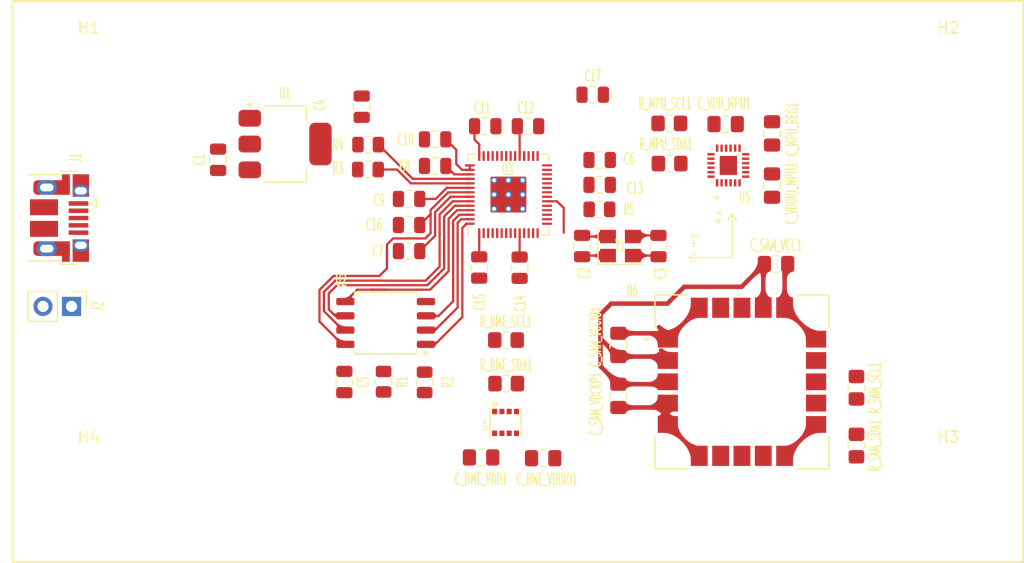
<source format=kicad_pcb>
(kicad_pcb (version 20241229) (generator "pcbnew") (generator_version "9.0")
  (layers (0 "F.Cu" signal) (2 "B.Cu" signal) (13 "F.Paste" user) (15 "B.Paste" user) (5 "F.SilkS" user "F.Silkscreen") (7 "B.SilkS" user "B.Silkscreen") (1 "F.Mask" user) (3 "B.Mask" user) (25 "Edge.Cuts" user))
  (net 0 "")
  (net 1 "GND")
  (net 2 "VBUS")
  (net 3 "/XIN")
  (net 4 "Net-(C3-Pad1)")
  (net 5 "+3V3")
  (net 6 "+1V1")
  (net 7 "/USB_D-")
  (net 8 "/USB_D+")
  (net 9 "/~{USB_BOOT}")
  (net 10 "/GPIO15")
  (net 11 "/GPIO10")
  (net 12 "/GPIO3")
  (net 13 "/GPIO12")
  (net 14 "/GPIO7")
  (net 15 "/GPIO14")
  (net 16 "/GPIO5")
  (net 17 "/GPIO1")
  (net 18 "/GPIO6")
  (net 19 "/GPIO4")
  (net 20 "/GPIO8")
  (net 21 "/GPIO0")
  (net 22 "/GPIO13")
  (net 23 "/GPIO9")
  (net 24 "/GPIO11")
  (net 25 "/GPIO2")
  (net 26 "/GPIO17")
  (net 27 "/GPIO19")
  (net 28 "/GPIO21")
  (net 29 "/GPIO20")
  (net 30 "/GPIO25")
  (net 31 "/GPIO29_ADC3")
  (net 32 "/GPIO28_ADC2")
  (net 33 "/SWD")
  (net 34 "/GPIO27_ADC1")
  (net 35 "/GPIO23")
  (net 36 "/SWCLK")
  (net 37 "/GPIO26_ADC0")
  (net 38 "/GPIO24")
  (net 39 "/GPIO16")
  (net 40 "/RUN")
  (net 41 "/GPIO18")
  (net 42 "/GPIO22")
  (net 43 "/QSPI_SS")
  (net 44 "Net-(U3-USB_DP)")
  (net 45 "Net-(U3-USB_DM)")
  (net 46 "/XOUT")
  (net 47 "/QSPI_SD3")
  (net 48 "/QSPI_SCLK")
  (net 49 "/QSPI_SD0")
  (net 50 "/QSPI_SD1")
  (net 51 "/QSPI_SD2")
  (net 53 "Net-(U5-REGOUT)")
  (net 54 "/BME_SCL")
  (net 55 "/BME_SDA")
  (net 56 "Net-(U6-SCL)")
  (net 57 "Net-(U6-SDA)")
  (net 58 "Net-(U5-SCL{slash}SCLK)")
  (net 59 "Net-(U5-SDA{slash}SDI)")
  (footprint "TCLib:C_0805" (layer "F.Cu") (at 59.2 72.63)
    (property "Reference" "C_BME_VDDIO1" (at 0.3275 1.89 0) (layer "F.SilkS") (effects (font (size 1 0.5) (thickness 0.125))))
    (property "Value" "100n")
    (pad "1" smd roundrect (at -1.0375 0) (size 1.175 1.45) (layers "F.Cu" "F.Mask" "F.Paste") (roundrect_rratio 0.212766) (net 5 "+3V3"))
    (pad "2" smd roundrect (at 1.0375 0) (size 1.175 1.45) (layers "F.Cu" "F.Mask" "F.Paste") (roundrect_rratio 0.212766) (net 1 "GND"))
  )
  (footprint "RP2040_minimal_r2:USB_Micro-B_Amphenol_10103594-0001LF_Horizontal_modified" (layer "F.Cu") (at 15 51.225 -90)
    (property "Reference" "J1" (at -5.365 -2.58 90) (layer "F.SilkS") (effects (font (size 1 0.5))))
    (property "Value" "USB_B_Micro")
    (pad "1" smd rect (at -1.3 -2.825) (size 1.75 0.4) (layers "F.Cu" "F.Mask" "F.Paste") (net 2 "VBUS"))
    (pad "2" smd rect (at -0.65 -2.825) (size 1.75 0.4) (layers "F.Cu" "F.Mask" "F.Paste") (net 7 "/USB_D-"))
    (pad "3" smd rect (at 0 -2.825) (size 1.75 0.4) (layers "F.Cu" "F.Mask" "F.Paste") (net 8 "/USB_D+"))
    (pad "4" smd rect (at 0.65 -2.825) (size 1.75 0.4) (layers "F.Cu" "F.Mask" "F.Paste"))
    (pad "5" smd rect (at 1.3 -2.825) (size 1.75 0.4) (layers "F.Cu" "F.Mask" "F.Paste") (net 1 "GND"))
    (pad "6" smd rect (at -2.9875 -1.7 270) (size 1.825 0.7) (layers "F.Cu" "F.Mask" "F.Paste") (net 1 "GND"))
    (pad "6" smd rect (at -2.9 -3.03 270) (size 2 1.46) (layers "F.Cu" "F.Mask" "F.Paste") (net 1 "GND"))
    (pad "6" smd roundrect (at -2.725 -0.425 270) (size 1.3 3.25) (layers "F.Cu" "F.Mask" "F.Paste") (roundrect_rratio 0.296) (net 1 "GND"))
    (pad "6" thru_hole oval (at -2.725 0) (size 1.8 1.3) (drill oval 1.2 0.7) (layers "*.Cu" "*.Mask") (net 1 "GND"))
    (pad "6" thru_hole oval (at -2.425 -3.03) (size 1.45 1.05) (drill oval 1.05 0.65) (layers "*.Cu" "*.Mask") (net 1 "GND"))
    (pad "6" smd rect (at -0.9625 0.25) (size 2.5 1.425) (layers "F.Cu" "F.Mask" "F.Paste") (net 1 "GND"))
    (pad "6" smd rect (at 0.9625 0.25) (size 2.5 1.425) (layers "F.Cu" "F.Mask" "F.Paste") (net 1 "GND"))
    (pad "6" thru_hole oval (at 2.425 -3.03) (size 1.45 1.05) (drill oval 1.05 0.65) (layers "*.Cu" "*.Mask") (net 1 "GND"))
    (pad "6" smd roundrect (at 2.725 -0.425 270) (size 1.3 3.25) (layers "F.Cu" "F.Mask" "F.Paste") (roundrect_rratio 0.296) (net 1 "GND"))
    (pad "6" thru_hole oval (at 2.725 0) (size 1.8 1.3) (drill oval 1.2 0.7) (layers "*.Cu" "*.Mask") (net 1 "GND"))
    (pad "6" smd rect (at 2.9 -3.03 270) (size 2 1.46) (layers "F.Cu" "F.Mask" "F.Paste") (net 1 "GND"))
    (pad "6" smd rect (at 2.9875 -1.7 270) (size 1.825 0.7) (layers "F.Cu" "F.Mask" "F.Paste") (net 1 "GND"))
  )
  (footprint "Capacitor_SMD:C_0805_2012Metric" (layer "F.Cu") (at 49.58 46.58 180)
    (property "Reference" "C8" (at 2.6925 0 180) (layer "F.SilkS") (effects (font (size 1 0.5))))
    (property "Value" "1u" (hide yes))
    (pad "1" smd roundrect (at -0.95 0 180) (size 1 1.45) (layers "F.Cu" "F.Mask" "F.Paste") (net 6 "+1V1"))
    (pad "2" smd roundrect (at 0.95 0 180) (size 1 1.45) (layers "F.Cu" "F.Mask" "F.Paste") (net 1 "GND"))
  )
  (footprint "Resistor_SMD:R_0805_2012Metric" (layer "F.Cu") (at 48.6425 65.87 90)
    (property "Reference" "R2" (at 0.03 2.065 90) (layer "F.SilkS") (effects (font (size 1 0.5))))
    (property "Value" "DNF")
    (pad "1" smd roundrect (at -0.9125 0 90) (size 1.025 1.4) (layers "F.Cu" "F.Mask" "F.Paste") (roundrect_rratio 0.243902) (net 5 "+3V3"))
    (pad "2" smd roundrect (at 0.9125 0 90) (size 1.025 1.4) (layers "F.Cu" "F.Mask" "F.Paste") (roundrect_rratio 0.243902) (net 43 "/QSPI_SS"))
  )
  (footprint "Capacitor_SMD:C_0805_2012Metric" (layer "F.Cu") (at 49.58 44.21 180)
    (property "Reference" "C10" (at 2.65 -0.01 180) (layer "F.SilkS") (effects (font (size 1 0.5))))
    (property "Value" "1u" (hide yes))
    (pad "1" smd roundrect (at -0.95 0 180) (size 1 1.45) (layers "F.Cu" "F.Mask" "F.Paste") (net 5 "+3V3"))
    (pad "2" smd roundrect (at 0.95 0 180) (size 1 1.45) (layers "F.Cu" "F.Mask" "F.Paste") (net 1 "GND"))
  )
  (footprint "Capacitor_SMD:C_0805_2012Metric" (layer "F.Cu") (at 30.25 46.03 90)
    (property "Reference" "C1" (at 0 -1.68 90) (layer "F.SilkS") (effects (font (size 1 0.5))))
    (property "Value" "10u" (hide yes))
    (pad "1" smd roundrect (at -0.95 0 90) (size 1 1.45) (layers "F.Cu" "F.Mask" "F.Paste") (net 2 "VBUS"))
    (pad "2" smd roundrect (at 0.95 0 90) (size 1 1.45) (layers "F.Cu" "F.Mask" "F.Paste") (net 1 "GND"))
  )
  (footprint "TCLib:R_0805" (layer "F.Cu") (at 55.91 65.98)
    (property "Reference" "R_BME_SDA1" (at 0 -1.65 0) (layer "F.SilkS") (effects (font (size 1 0.5))))
    (property "Value" "R")
    (pad "1" smd roundrect (at -1 0) (size 1.2 1.4) (layers "F.Cu" "F.Mask" "F.Paste") (roundrect_rratio 0.208333) (net 5 "+3V3"))
    (pad "2" smd roundrect (at 1 0) (size 1.2 1.4) (layers "F.Cu" "F.Mask" "F.Paste") (roundrect_rratio 0.208333) (net 55 "/BME_SDA"))
  )
  (footprint "TCLib:C_0805" (layer "F.Cu") (at 79.58 48.33 -90)
    (property "Reference" "C_VDDIO_MPU1" (at 0.7 -1.74 90) (layer "F.SilkS") (effects (font (size 1 0.5))))
    (property "Value" "10n")
    (pad "1" smd roundrect (at -1.0375 0 270) (size 1.175 1.45) (layers "F.Cu" "F.Mask" "F.Paste") (roundrect_rratio 0.212766) (net 5 "+3V3"))
    (pad "2" smd roundrect (at 1.0375 0 270) (size 1.175 1.45) (layers "F.Cu" "F.Mask" "F.Paste") (roundrect_rratio 0.212766) (net 1 "GND"))
  )
  (footprint "Capacitor_SMD:C_0805_2012Metric" (layer "F.Cu") (at 43.04 41.3 90)
    (property "Reference" "C4" (at 0.1375 -3.75 90) (layer "F.SilkS") (effects (font (size 1 0.5))))
    (property "Value" "10u" (hide yes))
    (pad "1" smd roundrect (at -0.95 0 90) (size 1 1.45) (layers "F.Cu" "F.Mask" "F.Paste") (net 5 "+3V3"))
    (pad "2" smd roundrect (at 0.95 0 90) (size 1 1.45) (layers "F.Cu" "F.Mask" "F.Paste") (net 1 "GND"))
  )
  (footprint "Package_TO_SOT_SMD:SOT-223-3_TabPin2" (layer "F.Cu") (at 36.22 44.6275)
    (property "Reference" "U1" (at 0 -4.5 0) (layer "F.SilkS") (effects (font (size 1 0.5))))
    (property "Value" "NCP1117-3.3_SOT223" (hide yes))
    (pad "1" smd roundrect (at -3.15 -2.3) (size 2 1.5) (layers "F.Cu" "F.Mask" "F.Paste") (net 1 "GND"))
    (pad "2" smd roundrect (at -3.15 0) (size 2 1.5) (layers "F.Cu" "F.Mask" "F.Paste") (net 5 "+3V3"))
    (pad "2" smd roundrect (at 3.15 0) (size 2 3.8) (layers "F.Cu" "F.Mask" "F.Paste") (net 5 "+3V3"))
    (pad "3" smd roundrect (at -3.15 2.3) (size 2 1.5) (layers "F.Cu" "F.Mask" "F.Paste") (net 2 "VBUS"))
  )
  (footprint "TCLib:R_0805" (layer "F.Cu") (at 55.89 62.1)
    (property "Reference" "R_BME_SCL1" (at 0 -1.65 0) (layer "F.SilkS") (effects (font (size 1 0.5) (thickness 0.125))))
    (property "Value" "R")
    (pad "1" smd roundrect (at -1 0) (size 1.2 1.4) (layers "F.Cu" "F.Mask" "F.Paste") (roundrect_rratio 0.208333) (net 5 "+3V3"))
    (pad "2" smd roundrect (at 1 0) (size 1.2 1.4) (layers "F.Cu" "F.Mask" "F.Paste") (roundrect_rratio 0.208333) (net 54 "/BME_SCL"))
  )
  (footprint "Resistor_SMD:R_0805_2012Metric" (layer "F.Cu") (at 43.6 46.9)
    (property "Reference" "R3" (at -2.6875 -0.1 0) (layer "F.SilkS") (effects (font (size 1 0.5))))
    (property "Value" "27" (hide yes))
    (pad "1" smd roundrect (at -0.9125 0) (size 1.025 1.4) (layers "F.Cu" "F.Mask" "F.Paste") (roundrect_rratio 0.243902) (net 8 "/USB_D+"))
    (pad "2" smd roundrect (at 0.9125 0) (size 1.025 1.4) (layers "F.Cu" "F.Mask" "F.Paste") (roundrect_rratio 0.243902) (net 44 "Net-(U3-USB_DP)"))
  )
  (footprint "TCLib:C_0805" (layer "F.Cu") (at 65.9 62.5325 90)
    (property "Reference" "C_SAM_VCCIO1" (at 0.7125 -2.05 90) (layer "F.SilkS") (effects (font (size 1 0.5) (thickness 0.125))))
    (property "Value" "C")
    (pad "1" smd roundrect (at -1.0375 0 90) (size 1.175 1.45) (layers "F.Cu" "F.Mask" "F.Paste") (roundrect_rratio 0.212766) (net 5 "+3V3"))
    (pad "2" smd roundrect (at 1.0375 0 90) (size 1.175 1.45) (layers "F.Cu" "F.Mask" "F.Paste") (roundrect_rratio 0.212766) (net 1 "GND"))
  )
  (footprint "MountingHole:MountingHole_3.5mm" (layer "F.Cu") (at 95.26 38.78)
    (property "Reference" "H2" (at 0 -4.5 0) (layer "F.SilkS"))
    (property "Value" "MountingHole")
    (pad "" np_thru_hole circle (at 0 0) (size 3.5 3.5) (drill 3.5) (layers "*.Cu" "*.Mask"))
  )
  (footprint "Package_SO:SOIC-8_5.3x5.3mm_P1.27mm" (layer "F.Cu") (at 45.1725 60.575 180)
    (property "Reference" "U2" (at 3.975 3.8 0) (layer "F.SilkS") (effects (font (size 1 0.5))))
    (property "Value" "W25Q128JVS")
    (pad "1" smd roundrect (at -3.5875 -1.905 180) (size 1.625 0.65) (layers "F.Cu" "F.Mask" "F.Paste") (net 43 "/QSPI_SS"))
    (pad "2" smd roundrect (at -3.5875 -0.635 180) (size 1.625 0.65) (layers "F.Cu" "F.Mask" "F.Paste") (net 50 "/QSPI_SD1"))
    (pad "3" smd roundrect (at -3.5875 0.635 180) (size 1.625 0.65) (layers "F.Cu" "F.Mask" "F.Paste") (net 51 "/QSPI_SD2"))
    (pad "4" smd roundrect (at -3.5875 1.905 180) (size 1.625 0.65) (layers "F.Cu" "F.Mask" "F.Paste") (net 1 "GND"))
    (pad "5" smd roundrect (at 3.5875 1.905 180) (size 1.625 0.65) (layers "F.Cu" "F.Mask" "F.Paste") (net 49 "/QSPI_SD0"))
    (pad "6" smd roundrect (at 3.5875 0.635 180) (size 1.625 0.65) (layers "F.Cu" "F.Mask" "F.Paste") (net 48 "/QSPI_SCLK"))
    (pad "7" smd roundrect (at 3.5875 -0.635 180) (size 1.625 0.65) (layers "F.Cu" "F.Mask" "F.Paste") (net 47 "/QSPI_SD3"))
    (pad "8" smd roundrect (at 3.5875 -1.905 180) (size 1.625 0.65) (layers "F.Cu" "F.Mask" "F.Paste") (net 5 "+3V3"))
  )
  (footprint "MountingHole:MountingHole_3.5mm" (layer "F.Cu") (at 18.73 38.78)
    (property "Reference" "H1" (at 0 -4.5 0) (layer "F.SilkS"))
    (property "Value" "MountingHole")
    (pad "" np_thru_hole circle (at 0 0) (size 3.5 3.5) (drill 3.5) (layers "*.Cu" "*.Mask"))
  )
  (footprint "Connector_PinHeader_2.54mm:PinHeader_1x02_P2.54mm_Vertical" (layer "F.Cu") (at 17.2 59.1 -90)
    (property "Reference" "J2" (at 0 -2.33 90) (layer "F.SilkS") (effects (font (size 1 0.5))))
    (property "Value" "Conn_01x02")
    (pad "1" thru_hole rect (at 0 0 270) (size 1.7 1.7) (drill 1) (layers "*.Cu" "*.Mask") (net 9 "/~{USB_BOOT}"))
    (pad "2" thru_hole oval (at 0 2.54 270) (size 1.7 1.7) (drill 1) (layers "*.Cu" "*.Mask") (net 1 "GND"))
  )
  (footprint "Capacitor_SMD:C_0805_2012Metric" (layer "F.Cu") (at 64.23 46.05)
    (property "Reference" "C6" (at 2.65 -0.1 0) (layer "F.SilkS") (effects (font (size 1 0.5))))
    (property "Value" "100n" (hide yes))
    (pad "1" smd roundrect (at -0.95 0) (size 1 1.45) (layers "F.Cu" "F.Mask" "F.Paste") (net 6 "+1V1"))
    (pad "2" smd roundrect (at 0.95 0) (size 1 1.45) (layers "F.Cu" "F.Mask" "F.Paste") (net 1 "GND"))
  )
  (footprint "TCLib:C_0805" (layer "F.Cu") (at 75.45 42.85 180)
    (property "Reference" "C_VDD_MPU1" (at 0.13 1.825 0) (layer "F.SilkS") (effects (font (size 1 0.5))))
    (property "Value" "100n")
    (pad "1" smd roundrect (at -1.0375 0 180) (size 1.175 1.45) (layers "F.Cu" "F.Mask" "F.Paste") (roundrect_rratio 0.212766) (net 5 "+3V3"))
    (pad "2" smd roundrect (at 1.0375 0 180) (size 1.175 1.45) (layers "F.Cu" "F.Mask" "F.Paste") (roundrect_rratio 0.212766) (net 1 "GND"))
  )
  (footprint "TCLib:C_0805" (layer "F.Cu") (at 79.58 43.68 90)
    (property "Reference" "C_MPU_REG1" (at 0.355 1.78 90) (layer "F.SilkS") (effects (font (size 1 0.5))))
    (property "Value" "100n")
    (pad "1" smd roundrect (at -1.0375 0 90) (size 1.175 1.45) (layers "F.Cu" "F.Mask" "F.Paste") (roundrect_rratio 0.212766) (net 53 "Net-(U5-REGOUT)"))
    (pad "2" smd roundrect (at 1.0375 0 90) (size 1.175 1.45) (layers "F.Cu" "F.Mask" "F.Paste") (roundrect_rratio 0.212766) (net 1 "GND"))
  )
  (footprint "TCLib:R_0805" (layer "F.Cu") (at 87.1 71.5 -90)
    (property "Reference" "R_SAM_SDA1" (at 0 -1.65 90) (layer "F.SilkS") (effects (font (size 1 0.5) (thickness 0.125))))
    (property "Value" "R")
    (pad "1" smd roundrect (at -1 0 270) (size 1.2 1.4) (layers "F.Cu" "F.Mask" "F.Paste") (roundrect_rratio 0.208333) (net 5 "+3V3"))
    (pad "2" smd roundrect (at 1 0 270) (size 1.2 1.4) (layers "F.Cu" "F.Mask" "F.Paste") (roundrect_rratio 0.208333) (net 57 "Net-(U6-SDA)"))
  )
  (footprint "MountingHole:MountingHole_3.5mm" (layer "F.Cu") (at 18.73 75.25)
    (property "Reference" "H4" (at 0 -4.5 0) (layer "F.SilkS"))
    (property "Value" "MountingHole")
    (pad "" np_thru_hole circle (at 0 0) (size 3.5 3.5) (drill 3.5) (layers "*.Cu" "*.Mask"))
  )
  (footprint "Capacitor_SMD:C_0805_2012Metric" (layer "F.Cu") (at 63.61 40.23)
    (property "Reference" "C17" (at 0 -1.68 0) (layer "F.SilkS") (effects (font (size 1 0.5))))
    (property "Value" "10u")
    (pad "1" smd roundrect (at -0.95 0) (size 1 1.45) (layers "F.Cu" "F.Mask" "F.Paste") (net 5 "+3V3"))
    (pad "2" smd roundrect (at 0.95 0) (size 1 1.45) (layers "F.Cu" "F.Mask" "F.Paste") (net 1 "GND"))
  )
  (footprint "Capacitor_SMD:C_0805_2012Metric" (layer "F.Cu") (at 57.105 55.65 -90)
    (property "Reference" "C14" (at 3.18 -0.025 270) (layer "F.SilkS") (effects (font (size 1 0.5))))
    (property "Value" "100n" (hide yes))
    (pad "1" smd roundrect (at -0.95 0 270) (size 1 1.45) (layers "F.Cu" "F.Mask" "F.Paste") (net 5 "+3V3"))
    (pad "2" smd roundrect (at 0.95 0 270) (size 1 1.45) (layers "F.Cu" "F.Mask" "F.Paste") (net 1 "GND"))
  )
  (footprint "my_lib:MPU-9250" (layer "F.Cu") (at 75.69 46.5375 90)
    (property "Reference" "U5" (at -2.865 1.46 180) (layer "F.SilkS") (effects (font (size 1 0.5) (thickness 0.125))))
    (property "Value" "MPU-9250")
    (pad "1" smd roundrect (at -1.545 -1 90) (size 0.64 0.22) (layers "F.Cu" "F.Mask" "F.Paste") (roundrect_rratio 0.125) (net 5 "+3V3"))
    (pad "2" smd roundrect (at -1.545 -0.6 90) (size 0.64 0.22) (layers "F.Cu" "F.Mask" "F.Paste") (roundrect_rratio 0.125))
    (pad "3" smd roundrect (at -1.545 -0.2 90) (size 0.64 0.22) (layers "F.Cu" "F.Mask" "F.Paste") (roundrect_rratio 0.125))
    (pad "4" smd roundrect (at -1.545 0.2 90) (size 0.64 0.22) (layers "F.Cu" "F.Mask" "F.Paste") (roundrect_rratio 0.125))
    (pad "5" smd roundrect (at -1.545 0.6 90) (size 0.64 0.22) (layers "F.Cu" "F.Mask" "F.Paste") (roundrect_rratio 0.125))
    (pad "6" smd roundrect (at -1.545 1 90) (size 0.64 0.22) (layers "F.Cu" "F.Mask" "F.Paste") (roundrect_rratio 0.125))
    (pad "7" smd roundrect (at -1 1.545 90) (size 0.22 0.64) (layers "F.Cu" "F.Mask" "F.Paste") (roundrect_rratio 0.125))
    (pad "8" smd roundrect (at -0.6 1.545 90) (size 0.22 0.64) (layers "F.Cu" "F.Mask" "F.Paste") (roundrect_rratio 0.125) (net 5 "+3V3"))
    (pad "9" smd roundrect (at -0.2 1.545 90) (size 0.22 0.64) (layers "F.Cu" "F.Mask" "F.Paste") (roundrect_rratio 0.125))
    (pad "10" smd roundrect (at 0.2 1.545 90) (size 0.22 0.64) (layers "F.Cu" "F.Mask" "F.Paste") (roundrect_rratio 0.125) (net 53 "Net-(U5-REGOUT)"))
    (pad "11" smd roundrect (at 0.6 1.545 90) (size 0.22 0.64) (layers "F.Cu" "F.Mask" "F.Paste") (roundrect_rratio 0.125))
    (pad "12" smd roundrect (at 1 1.545 90) (size 0.22 0.64) (layers "F.Cu" "F.Mask" "F.Paste") (roundrect_rratio 0.125))
    (pad "13" smd roundrect (at 1.545 1 90) (size 0.64 0.22) (layers "F.Cu" "F.Mask" "F.Paste") (roundrect_rratio 0.125) (net 5 "+3V3"))
    (pad "14" smd roundrect (at 1.545 0.6 90) (size 0.64 0.22) (layers "F.Cu" "F.Mask" "F.Paste") (roundrect_rratio 0.125))
    (pad "15" smd roundrect (at 1.545 0.2 90) (size 0.64 0.22) (layers "F.Cu" "F.Mask" "F.Paste") (roundrect_rratio 0.125))
    (pad "16" smd roundrect (at 1.545 -0.2 90) (size 0.64 0.22) (layers "F.Cu" "F.Mask" "F.Paste") (roundrect_rratio 0.125))
    (pad "17" smd roundrect (at 1.545 -0.6 90) (size 0.64 0.22) (layers "F.Cu" "F.Mask" "F.Paste") (roundrect_rratio 0.125))
    (pad "18" smd roundrect (at 1.545 -1 90) (size 0.64 0.22) (layers "F.Cu" "F.Mask" "F.Paste") (roundrect_rratio 0.125) (net 1 "GND"))
    (pad "19" smd roundrect (at 1 -1.545 90) (size 0.22 0.64) (layers "F.Cu" "F.Mask" "F.Paste") (roundrect_rratio 0.125))
    (pad "20" smd roundrect (at 0.6 -1.545 90) (size 0.22 0.64) (layers "F.Cu" "F.Mask" "F.Paste") (roundrect_rratio 0.125) (net 1 "GND"))
    (pad "21" smd roundrect (at 0.2 -1.545 90) (size 0.22 0.64) (layers "F.Cu" "F.Mask" "F.Paste") (roundrect_rratio 0.125))
    (pad "22" smd roundrect (at -0.2 -1.545 90) (size 0.22 0.64) (layers "F.Cu" "F.Mask" "F.Paste") (roundrect_rratio 0.125) (net 5 "+3V3"))
    (pad "23" smd roundrect (at -0.6 -1.545 90) (size 0.22 0.64) (layers "F.Cu" "F.Mask" "F.Paste") (roundrect_rratio 0.125) (net 58 "Net-(U5-SCL{slash}SCLK)"))
    (pad "24" smd roundrect (at -1 -1.545 90) (size 0.22 0.64) (layers "F.Cu" "F.Mask" "F.Paste") (roundrect_rratio 0.125) (net 59 "Net-(U5-SDA{slash}SDI)"))
    (pad "25" smd rect (at 0 0 90) (size 1.7 1.54) (layers "F.Cu" "F.Mask"))
  )
  (footprint "TCLib:C_0805" (layer "F.Cu") (at 53.67 72.56)
    (property "Reference" "C_BME_VDD1" (at 0 1.92 0) (layer "F.SilkS") (effects (font (size 1 0.5))))
    (property "Value" "100n")
    (pad "1" smd roundrect (at -1.0375 0) (size 1.175 1.45) (layers "F.Cu" "F.Mask" "F.Paste") (roundrect_rratio 0.212766) (net 5 "+3V3"))
    (pad "2" smd roundrect (at 1.0375 0) (size 1.175 1.45) (layers "F.Cu" "F.Mask" "F.Paste") (roundrect_rratio 0.212766) (net 1 "GND"))
  )
  (footprint "TCLib:C_0805" (layer "F.Cu") (at 79.9375 55.32)
    (property "Reference" "C_SAM_VCC1" (at 0 -1.68 0) (layer "F.SilkS") (effects (font (size 1 0.5))))
    (property "Value" "C")
    (pad "1" smd roundrect (at -1.0375 0) (size 1.175 1.45) (layers "F.Cu" "F.Mask" "F.Paste") (roundrect_rratio 0.212766) (net 5 "+3V3"))
    (pad "2" smd roundrect (at 1.0375 0) (size 1.175 1.45) (layers "F.Cu" "F.Mask" "F.Paste") (roundrect_rratio 0.212766) (net 1 "GND"))
  )
  (footprint "Resistor_SMD:R_0805_2012Metric" (layer "F.Cu") (at 43.62 44.68)
    (property "Reference" "R4" (at -2.6875 0 0) (layer "F.SilkS") (effects (font (size 1 0.5))))
    (property "Value" "27" (hide yes))
    (pad "1" smd roundrect (at -0.9125 0) (size 1.025 1.4) (layers "F.Cu" "F.Mask" "F.Paste") (roundrect_rratio 0.243902) (net 7 "/USB_D-"))
    (pad "2" smd roundrect (at 0.9125 0) (size 1.025 1.4) (layers "F.Cu" "F.Mask" "F.Paste") (roundrect_rratio 0.243902) (net 45 "Net-(U3-USB_DM)"))
  )
  (footprint "TCLib:R_0805" (layer "F.Cu") (at 70.43 42.79)
    (property "Reference" "R_MPU_SCL1" (at -0.36 -1.75 0) (layer "F.SilkS") (effects (font (size 1 0.5))))
    (property "Value" "R")
    (pad "1" smd roundrect (at -1 0) (size 1.2 1.4) (layers "F.Cu" "F.Mask" "F.Paste") (roundrect_rratio 0.208333) (net 5 "+3V3"))
    (pad "2" smd roundrect (at 1 0) (size 1.2 1.4) (layers "F.Cu" "F.Mask" "F.Paste") (roundrect_rratio 0.208333) (net 58 "Net-(U5-SCL{slash}SCLK)"))
  )
  (footprint "Resistor_SMD:R_0805_2012Metric" (layer "F.Cu") (at 44.9925 65.81 -90)
    (property "Reference" "R1" (at 0 -1.65 90) (layer "F.SilkS") (effects (font (size 1 0.5))))
    (property "Value" "1k")
    (pad "1" smd roundrect (at -0.9125 0 270) (size 1.025 1.4) (layers "F.Cu" "F.Mask" "F.Paste") (roundrect_rratio 0.243902) (net 43 "/QSPI_SS"))
    (pad "2" smd roundrect (at 0.9125 0 270) (size 1.025 1.4) (layers "F.Cu" "F.Mask" "F.Paste") (roundrect_rratio 0.243902) (net 9 "/~{USB_BOOT}"))
  )
  (footprint "TCLib:R_0805" (layer "F.Cu") (at 70.46 46.37)
    (property "Reference" "R_MPU_SDA1" (at -0.34 -1.74 0) (layer "F.SilkS") (effects (font (size 1 0.5))))
    (property "Value" "R")
    (pad "1" smd roundrect (at -1 0) (size 1.2 1.4) (layers "F.Cu" "F.Mask" "F.Paste") (roundrect_rratio 0.208333) (net 5 "+3V3"))
    (pad "2" smd roundrect (at 1 0) (size 1.2 1.4) (layers "F.Cu" "F.Mask" "F.Paste") (roundrect_rratio 0.208333) (net 59 "Net-(U5-SDA{slash}SDI)"))
  )
  (footprint "Crystal:Crystal_SMD_3225-4Pin_3.2x2.5mm" (layer "F.Cu") (at 66.08 53.72)
    (property "Reference" "Y1" (at 0 0 0) (layer "F.SilkS") (effects (font (size 1 0.5))))
    (property "Value" "ABM8-272-T3")
    (pad "1" smd rect (at -1.1 0.85) (size 1.4 1.2) (layers "F.Cu" "F.Mask" "F.Paste") (net 3 "/XIN"))
    (pad "2" smd rect (at 1.1 0.85) (size 1.4 1.2) (layers "F.Cu" "F.Mask" "F.Paste") (net 1 "GND"))
    (pad "3" smd rect (at 1.1 -0.85) (size 1.4 1.2) (layers "F.Cu" "F.Mask" "F.Paste") (net 4 "Net-(C3-Pad1)"))
    (pad "4" smd rect (at -1.1 -0.85) (size 1.4 1.2) (layers "F.Cu" "F.Mask" "F.Paste") (net 1 "GND"))
  )
  (footprint "Capacitor_SMD:C_0805_2012Metric" (layer "F.Cu") (at 64.23 48.265)
    (property "Reference" "C13" (at 3.15 0.3 0) (layer "F.SilkS") (effects (font (size 1 0.5))))
    (property "Value" "100n" (hide yes))
    (pad "1" smd roundrect (at -0.95 0) (size 1 1.45) (layers "F.Cu" "F.Mask" "F.Paste") (net 5 "+3V3"))
    (pad "2" smd roundrect (at 0.95 0) (size 1 1.45) (layers "F.Cu" "F.Mask" "F.Paste") (net 1 "GND"))
  )
  (footprint "Capacitor_SMD:C_0805_2012Metric" (layer "F.Cu") (at 53.505 55.63 -90)
    (property "Reference" "C15" (at 3.1 -0.025 270) (layer "F.SilkS") (effects (font (size 1 0.5))))
    (property "Value" "100n" (hide yes))
    (pad "1" smd roundrect (at -0.95 0 270) (size 1 1.45) (layers "F.Cu" "F.Mask" "F.Paste") (net 5 "+3V3"))
    (pad "2" smd roundrect (at 0.95 0 270) (size 1 1.45) (layers "F.Cu" "F.Mask" "F.Paste") (net 1 "GND"))
  )
  (footprint "Capacitor_SMD:C_0805_2012Metric" (layer "F.Cu") (at 47.26 54.17 180)
    (property "Reference" "C7" (at 2.78 0 180) (layer "F.SilkS") (effects (font (size 1 0.5))))
    (property "Value" "100n" (hide yes))
    (pad "1" smd roundrect (at -0.95 0 180) (size 1 1.45) (layers "F.Cu" "F.Mask" "F.Paste") (net 6 "+1V1"))
    (pad "2" smd roundrect (at 0.95 0 180) (size 1 1.45) (layers "F.Cu" "F.Mask" "F.Paste") (net 1 "GND"))
  )
  (footprint "MountingHole:MountingHole_3.5mm" (layer "F.Cu") (at 95.26 75.25)
    (property "Reference" "H3" (at 0 -4.5 0) (layer "F.SilkS"))
    (property "Value" "MountingHole")
    (pad "" np_thru_hole circle (at 0 0) (size 3.5 3.5) (drill 3.5) (layers "*.Cu" "*.Mask"))
  )
  (footprint "my_lib:PSON65P250X250X100-8N" (layer "F.Cu") (at 55.85 69.4375 90)
    (property "Reference" "U4" (at -0.235245 -1.866763 90) (layer "F.SilkS") (effects (font (size 0.321721 0.5))))
    (property "Value" "BME280")
    (pad "1" smd roundrect (at 0.97 -0.975 90) (size 0.49 0.45) (layers "F.Cu" "F.Mask" "F.Paste") (roundrect_rratio 0.125) (net 1 "GND"))
    (pad "2" smd roundrect (at 0.97 -0.325 90) (size 0.49 0.45) (layers "F.Cu" "F.Mask" "F.Paste") (roundrect_rratio 0.125) (net 5 "+3V3"))
    (pad "3" smd roundrect (at 0.97 0.325 90) (size 0.49 0.45) (layers "F.Cu" "F.Mask" "F.Paste") (roundrect_rratio 0.125) (net 55 "/BME_SDA"))
    (pad "4" smd roundrect (at 0.97 0.975 90) (size 0.49 0.45) (layers "F.Cu" "F.Mask" "F.Paste") (roundrect_rratio 0.125) (net 54 "/BME_SCL"))
    (pad "5" smd roundrect (at -0.97 0.975 90) (size 0.49 0.45) (layers "F.Cu" "F.Mask" "F.Paste") (roundrect_rratio 0.125))
    (pad "6" smd roundrect (at -0.97 0.325 90) (size 0.49 0.45) (layers "F.Cu" "F.Mask" "F.Paste") (roundrect_rratio 0.125) (net 5 "+3V3"))
    (pad "7" smd roundrect (at -0.97 -0.325 90) (size 0.49 0.45) (layers "F.Cu" "F.Mask" "F.Paste") (roundrect_rratio 0.125) (net 1 "GND"))
    (pad "8" smd roundrect (at -0.97 -0.975 90) (size 0.49 0.45) (layers "F.Cu" "F.Mask" "F.Paste") (roundrect_rratio 0.125) (net 5 "+3V3"))
  )
  (footprint "Capacitor_SMD:C_0805_2012Metric" (layer "F.Cu") (at 54.04 43.04)
    (property "Reference" "C11" (at -0.261252 -1.65 0) (layer "F.SilkS") (effects (font (size 1 0.5))))
    (property "Value" "100n" (hide yes))
    (pad "1" smd roundrect (at -0.95 0) (size 1 1.45) (layers "F.Cu" "F.Mask" "F.Paste") (net 5 "+3V3"))
    (pad "2" smd roundrect (at 0.95 0) (size 1 1.45) (layers "F.Cu" "F.Mask" "F.Paste") (net 1 "GND"))
  )
  (footprint "TCLib:R_0805" (layer "F.Cu") (at 87.1 66.35 -90)
    (property "Reference" "R_SAM_SCL1" (at 0 -1.65 90) (layer "F.SilkS") (effects (font (size 1 0.5))))
    (property "Value" "R")
    (pad "1" smd roundrect (at -1 0 270) (size 1.2 1.4) (layers "F.Cu" "F.Mask" "F.Paste") (roundrect_rratio 0.208333) (net 5 "+3V3"))
    (pad "2" smd roundrect (at 1 0 270) (size 1.2 1.4) (layers "F.Cu" "F.Mask" "F.Paste") (roundrect_rratio 0.208333) (net 56 "Net-(U6-SCL)"))
  )
  (footprint "Resistor_SMD:R_0805_2012Metric" (layer "F.Cu") (at 64.21 50.45)
    (property "Reference" "R5" (at 2.65 0 0) (layer "F.SilkS") (effects (font (size 1 0.5))))
    (property "Value" "1k" (hide yes))
    (pad "1" smd roundrect (at -0.9125 0) (size 1.025 1.4) (layers "F.Cu" "F.Mask" "F.Paste") (roundrect_rratio 0.243902) (net 46 "/XOUT"))
    (pad "2" smd roundrect (at 0.9125 0) (size 1.025 1.4) (layers "F.Cu" "F.Mask" "F.Paste") (roundrect_rratio 0.243902) (net 4 "Net-(C3-Pad1)"))
  )
  (footprint "Capacitor_SMD:C_0805_2012Metric" (layer "F.Cu") (at 57.85 43.04)
    (property "Reference" "C12" (at -0.19 -1.64 0) (layer "F.SilkS") (effects (font (size 1 0.5))))
    (property "Value" "100n" (hide yes))
    (pad "1" smd roundrect (at -0.95 0) (size 1 1.45) (layers "F.Cu" "F.Mask" "F.Paste") (net 5 "+3V3"))
    (pad "2" smd roundrect (at 0.95 0) (size 1 1.45) (layers "F.Cu" "F.Mask" "F.Paste") (net 1 "GND"))
  )
  (footprint "Capacitor_SMD:C_0805_2012Metric" (layer "F.Cu") (at 62.6675 53.72 90)
    (property "Reference" "C2" (at -2.42 0.1825 90) (layer "F.SilkS") (effects (font (size 1 0.5))))
    (property "Value" "15p" (hide yes))
    (pad "1" smd roundrect (at -0.95 0 90) (size 1 1.45) (layers "F.Cu" "F.Mask" "F.Paste") (net 3 "/XIN"))
    (pad "2" smd roundrect (at 0.95 0 90) (size 1 1.45) (layers "F.Cu" "F.Mask" "F.Paste") (net 1 "GND"))
  )
  (footprint "RP2040_minimal_r2:RP2040-QFN-56" (layer "F.Cu") (at 56.105 49.13 90)
    (property "Reference" "U3" (at 2.2 -0.075 180) (layer "F.SilkS") (effects (font (size 1 0.5))))
    (property "Value" "RP2040")
    (pad "1" smd roundrect (at -3.4375 -2.6 90) (size 0.875 0.2) (layers "F.Cu" "F.Mask" "F.Paste") (net 5 "+3V3"))
    (pad "2" smd roundrect (at -3.4375 -2.2 90) (size 0.875 0.2) (layers "F.Cu" "F.Mask" "F.Paste") (net 21 "/GPIO0"))
    (pad "3" smd roundrect (at -3.4375 -1.8 90) (size 0.875 0.2) (layers "F.Cu" "F.Mask" "F.Paste") (net 17 "/GPIO1"))
    (pad "4" smd roundrect (at -3.4375 -1.4 90) (size 0.875 0.2) (layers "F.Cu" "F.Mask" "F.Paste") (net 25 "/GPIO2"))
    (pad "5" smd roundrect (at -3.4375 -1 90) (size 0.875 0.2) (layers "F.Cu" "F.Mask" "F.Paste") (net 12 "/GPIO3"))
    (pad "6" smd roundrect (at -3.4375 -0.6 90) (size 0.875 0.2) (layers "F.Cu" "F.Mask" "F.Paste") (net 19 "/GPIO4"))
    (pad "7" smd roundrect (at -3.4375 -0.2 90) (size 0.875 0.2) (layers "F.Cu" "F.Mask" "F.Paste") (net 16 "/GPIO5"))
    (pad "8" smd roundrect (at -3.4375 0.2 90) (size 0.875 0.2) (layers "F.Cu" "F.Mask" "F.Paste") (net 18 "/GPIO6"))
    (pad "9" smd roundrect (at -3.4375 0.6 90) (size 0.875 0.2) (layers "F.Cu" "F.Mask" "F.Paste") (net 14 "/GPIO7"))
    (pad "10" smd roundrect (at -3.4375 1 90) (size 0.875 0.2) (layers "F.Cu" "F.Mask" "F.Paste") (net 5 "+3V3"))
    (pad "11" smd roundrect (at -3.4375 1.4 90) (size 0.875 0.2) (layers "F.Cu" "F.Mask" "F.Paste") (net 20 "/GPIO8"))
    (pad "12" smd roundrect (at -3.4375 1.8 90) (size 0.875 0.2) (layers "F.Cu" "F.Mask" "F.Paste") (net 23 "/GPIO9"))
    (pad "13" smd roundrect (at -3.4375 2.2 90) (size 0.875 0.2) (layers "F.Cu" "F.Mask" "F.Paste") (net 11 "/GPIO10"))
    (pad "14" smd roundrect (at -3.4375 2.6 90) (size 0.875 0.2) (layers "F.Cu" "F.Mask" "F.Paste") (net 24 "/GPIO11"))
    (pad "15" smd roundrect (at -2.6 3.4375 90) (size 0.2 0.875) (layers "F.Cu" "F.Mask" "F.Paste") (net 13 "/GPIO12"))
    (pad "16" smd roundrect (at -2.2 3.4375 90) (size 0.2 0.875) (layers "F.Cu" "F.Mask" "F.Paste") (net 22 "/GPIO13"))
    (pad "17" smd roundrect (at -1.8 3.4375 90) (size 0.2 0.875) (layers "F.Cu" "F.Mask" "F.Paste") (net 15 "/GPIO14"))
    (pad "18" smd roundrect (at -1.4 3.4375 90) (size 0.2 0.875) (layers "F.Cu" "F.Mask" "F.Paste") (net 10 "/GPIO15"))
    (pad "19" smd roundrect (at -1 3.4375 90) (size 0.2 0.875) (layers "F.Cu" "F.Mask" "F.Paste") (net 1 "GND"))
    (pad "20" smd roundrect (at -0.6 3.4375 90) (size 0.2 0.875) (layers "F.Cu" "F.Mask" "F.Paste") (net 3 "/XIN"))
    (pad "21" smd roundrect (at -0.2 3.4375 90) (size 0.2 0.875) (layers "F.Cu" "F.Mask" "F.Paste") (net 46 "/XOUT"))
    (pad "22" smd roundrect (at 0.2 3.4375 90) (size 0.2 0.875) (layers "F.Cu" "F.Mask" "F.Paste") (net 5 "+3V3"))
    (pad "23" smd roundrect (at 0.6 3.4375 90) (size 0.2 0.875) (layers "F.Cu" "F.Mask" "F.Paste") (net 6 "+1V1"))
    (pad "24" smd roundrect (at 1 3.4375 90) (size 0.2 0.875) (layers "F.Cu" "F.Mask" "F.Paste") (net 36 "/SWCLK"))
    (pad "25" smd roundrect (at 1.4 3.4375 90) (size 0.2 0.875) (layers "F.Cu" "F.Mask" "F.Paste") (net 33 "/SWD"))
    (pad "26" smd roundrect (at 1.8 3.4375 90) (size 0.2 0.875) (layers "F.Cu" "F.Mask" "F.Paste") (net 40 "/RUN"))
    (pad "27" smd roundrect (at 2.2 3.4375 90) (size 0.2 0.875) (layers "F.Cu" "F.Mask" "F.Paste") (net 39 "/GPIO16"))
    (pad "28" smd roundrect (at 2.6 3.4375 90) (size 0.2 0.875) (layers "F.Cu" "F.Mask" "F.Paste") (net 26 "/GPIO17"))
    (pad "29" smd roundrect (at 3.4375 2.6 90) (size 0.875 0.2) (layers "F.Cu" "F.Mask" "F.Paste") (net 41 "/GPIO18"))
    (pad "30" smd roundrect (at 3.4375 2.2 90) (size 0.875 0.2) (layers "F.Cu" "F.Mask" "F.Paste") (net 27 "/GPIO19"))
    (pad "31" smd roundrect (at 3.4375 1.8 90) (size 0.875 0.2) (layers "F.Cu" "F.Mask" "F.Paste") (net 29 "/GPIO20"))
    (pad "32" smd roundrect (at 3.4375 1.4 90) (size 0.875 0.2) (layers "F.Cu" "F.Mask" "F.Paste") (net 28 "/GPIO21"))
    (pad "33" smd roundrect (at 3.4375 1 90) (size 0.875 0.2) (layers "F.Cu" "F.Mask" "F.Paste") (net 5 "+3V3"))
    (pad "34" smd roundrect (at 3.4375 0.6 90) (size 0.875 0.2) (layers "F.Cu" "F.Mask" "F.Paste") (net 42 "/GPIO22"))
    (pad "35" smd roundrect (at 3.4375 0.2 90) (size 0.875 0.2) (layers "F.Cu" "F.Mask" "F.Paste") (net 35 "/GPIO23"))
    (pad "36" smd roundrect (at 3.4375 -0.2 90) (size 0.875 0.2) (layers "F.Cu" "F.Mask" "F.Paste") (net 38 "/GPIO24"))
    (pad "37" smd roundrect (at 3.4375 -0.6 90) (size 0.875 0.2) (layers "F.Cu" "F.Mask" "F.Paste") (net 30 "/GPIO25"))
    (pad "38" smd roundrect (at 3.4375 -1 90) (size 0.875 0.2) (layers "F.Cu" "F.Mask" "F.Paste") (net 37 "/GPIO26_ADC0"))
    (pad "39" smd roundrect (at 3.4375 -1.4 90) (size 0.875 0.2) (layers "F.Cu" "F.Mask" "F.Paste") (net 34 "/GPIO27_ADC1"))
    (pad "40" smd roundrect (at 3.4375 -1.8 90) (size 0.875 0.2) (layers "F.Cu" "F.Mask" "F.Paste") (net 32 "/GPIO28_ADC2"))
    (pad "41" smd roundrect (at 3.4375 -2.2 90) (size 0.875 0.2) (layers "F.Cu" "F.Mask" "F.Paste") (net 31 "/GPIO29_ADC3"))
    (pad "42" smd roundrect (at 3.4375 -2.6 90) (size 0.875 0.2) (layers "F.Cu" "F.Mask" "F.Paste") (net 5 "+3V3"))
    (pad "43" smd roundrect (at 2.6 -3.4375 90) (size 0.2 0.875) (layers "F.Cu" "F.Mask" "F.Paste") (net 5 "+3V3"))
    (pad "44" smd roundrect (at 2.2 -3.4375 90) (size 0.2 0.875) (layers "F.Cu" "F.Mask" "F.Paste") (net 5 "+3V3"))
    (pad "45" smd roundrect (at 1.8 -3.4375 90) (size 0.2 0.875) (layers "F.Cu" "F.Mask" "F.Paste") (net 6 "+1V1"))
    (pad "46" smd roundrect (at 1.4 -3.4375 90) (size 0.2 0.875) (layers "F.Cu" "F.Mask" "F.Paste") (net 45 "Net-(U3-USB_DM)"))
    (pad "47" smd roundrect (at 1 -3.4375 90) (size 0.2 0.875) (layers "F.Cu" "F.Mask" "F.Paste") (net 44 "Net-(U3-USB_DP)"))
    (pad "48" smd roundrect (at 0.6 -3.4375 90) (size 0.2 0.875) (layers "F.Cu" "F.Mask" "F.Paste") (net 5 "+3V3"))
    (pad "49" smd roundrect (at 0.2 -3.4375 90) (size 0.2 0.875) (layers "F.Cu" "F.Mask" "F.Paste") (net 5 "+3V3"))
    (pad "50" smd roundrect (at -0.2 -3.4375 90) (size 0.2 0.875) (layers "F.Cu" "F.Mask" "F.Paste") (net 6 "+1V1"))
    (pad "51" smd roundrect (at -0.6 -3.4375 90) (size 0.2 0.875) (layers "F.Cu" "F.Mask" "F.Paste") (net 47 "/QSPI_SD3"))
    (pad "52" smd roundrect (at -1 -3.4375 90) (size 0.2 0.875) (layers "F.Cu" "F.Mask" "F.Paste") (net 48 "/QSPI_SCLK"))
    (pad "53" smd roundrect (at -1.4 -3.4375 90) (size 0.2 0.875) (layers "F.Cu" "F.Mask" "F.Paste") (net 49 "/QSPI_SD0"))
    (pad "54" smd roundrect (at -1.8 -3.4375 90) (size 0.2 0.875) (layers "F.Cu" "F.Mask" "F.Paste") (net 51 "/QSPI_SD2"))
    (pad "55" smd roundrect (at -2.2 -3.4375 90) (size 0.2 0.875) (layers "F.Cu" "F.Mask" "F.Paste") (net 50 "/QSPI_SD1"))
    (pad "56" smd roundrect (at -2.6 -3.4375 90) (size 0.2 0.875) (layers "F.Cu" "F.Mask" "F.Paste") (net 43 "/QSPI_SS"))
    (pad "57" thru_hole circle (at -1.275 -1.275 90) (size 0.6 0.6) (drill 0.35) (layers "*.Cu") (net 1 "GND"))
    (pad "57" thru_hole circle (at -1.275 0 90) (size 0.6 0.6) (drill 0.35) (layers "*.Cu") (net 1 "GND"))
    (pad "57" thru_hole circle (at -1.275 1.275 90) (size 0.6 0.6) (drill 0.35) (layers "*.Cu") (net 1 "GND"))
    (pad "57" thru_hole circle (at 0 -1.275 90) (size 0.6 0.6) (drill 0.35) (layers "*.Cu") (net 1 "GND"))
    (pad "57" thru_hole circle (at 0 0 90) (size 0.6 0.6) (drill 0.35) (layers "*.Cu") (net 1 "GND"))
    (pad "57" smd roundrect (at 0 0 90) (size 3.2 3.2) (layers "F.Cu" "F.Mask") (roundrect_rratio 0.045) (net 1 "GND"))
    (pad "57" thru_hole circle (at 0 1.275 90) (size 0.6 0.6) (drill 0.35) (layers "*.Cu") (net 1 "GND"))
    (pad "57" thru_hole circle (at 1.275 -1.275 90) (size 0.6 0.6) (drill 0.35) (layers "*.Cu") (net 1 "GND"))
    (pad "57" thru_hole circle (at 1.275 0 90) (size 0.6 0.6) (drill 0.35) (layers "*.Cu") (net 1 "GND"))
    (pad "57" thru_hole circle (at 1.275 1.275 90) (size 0.6 0.6) (drill 0.35) (layers "*.Cu") (net 1 "GND"))
  )
  (footprint "Capacitor_SMD:C_0805_2012Metric" (layer "F.Cu") (at 47.26 49.52 180)
    (property "Reference" "C9" (at 2.6725 -0.09 180) (layer "F.SilkS") (effects (font (size 1 0.5))))
    (property "Value" "100n" (hide yes))
    (pad "1" smd roundrect (at -0.95 0 180) (size 1 1.45) (layers "F.Cu" "F.Mask" "F.Paste") (net 5 "+3V3"))
    (pad "2" smd roundrect (at 0.95 0 180) (size 1 1.45) (layers "F.Cu" "F.Mask" "F.Paste") (net 1 "GND"))
  )
  (footprint "TCLib:C_0805" (layer "F.Cu") (at 65.9 67.07 -90)
    (property "Reference" "C_SAM_VBCKP1" (at 0.725 2 270) (layer "F.SilkS") (effects (font (size 1 0.5) (thickness 0.125))))
    (property "Value" "C")
    (pad "1" smd roundrect (at -1.0375 0 270) (size 1.175 1.45) (layers "F.Cu" "F.Mask" "F.Paste") (roundrect_rratio 0.212766) (net 5 "+3V3"))
    (pad "2" smd roundrect (at 1.0375 0 270) (size 1.175 1.45) (layers "F.Cu" "F.Mask" "F.Paste") (roundrect_rratio 0.212766) (net 1 "GND"))
  )
  (footprint "Capacitor_SMD:C_0805_2012Metric" (layer "F.Cu") (at 69.4675 53.72 -90)
    (property "Reference" "C3" (at 2.45 -0.2125 90) (layer "F.SilkS") (effects (font (size 1 0.5))))
    (property "Value" "15p" (hide yes))
    (pad "1" smd roundrect (at -0.95 0 270) (size 1 1.45) (layers "F.Cu" "F.Mask" "F.Paste") (net 4 "Net-(C3-Pad1)"))
    (pad "2" smd roundrect (at 0.95 0 270) (size 1 1.45) (layers "F.Cu" "F.Mask" "F.Paste") (net 1 "GND"))
  )
  (footprint "Capacitor_SMD:C_0805_2012Metric" (layer "F.Cu") (at 41.4925 65.84 -90)
    (property "Reference" "C5" (at 0 -1.68 90) (layer "F.SilkS") (effects (font (size 1 0.5))))
    (property "Value" "100n")
    (pad "1" smd roundrect (at -0.95 0 270) (size 1 1.45) (layers "F.Cu" "F.Mask" "F.Paste") (net 5 "+3V3"))
    (pad "2" smd roundrect (at 0.95 0 270) (size 1 1.45) (layers "F.Cu" "F.Mask" "F.Paste") (net 1 "GND"))
  )
  (footprint "my_lib:MODULE_SAM-M8Q-0-10" (layer "F.Cu") (at 76.9 65.82)
    (property "Reference" "U6" (at -9.77 -8.1 0) (layer "F.SilkS") (effects (font (size 1 0.5))))
    (property "Value" "SAM-M8Q-0-10")
    (pad "1" smd rect (at -6.6 -3.8) (size 1.8 1.5) (layers "F.Cu") (net 1 "GND"))
    (pad "2" smd rect (at -6.6 -1.9) (size 1.8 1.5) (layers "F.Cu") (net 5 "+3V3"))
    (pad "3" smd rect (at -6.6 0) (size 1.8 1.5) (layers "F.Cu") (net 5 "+3V3"))
    (pad "4" smd rect (at -6.6 1.9) (size 1.8 1.5) (layers "F.Cu") (net 1 "GND"))
    (pad "5" smd rect (at -6.6 3.8) (size 1.8 1.5) (layers "F.Cu") (net 1 "GND"))
    (pad "6" smd rect (at -3.8 6.6) (size 1.5 1.8) (layers "F.Cu") (net 1 "GND"))
    (pad "7" smd rect (at -1.9 6.6) (size 1.5 1.8) (layers "F.Cu"))
    (pad "8" smd rect (at 0 6.6) (size 1.5 1.8) (layers "F.Cu"))
    (pad "9" smd rect (at 1.9 6.6) (size 1.5 1.8) (layers "F.Cu") (net 57 "Net-(U6-SDA)"))
    (pad "10" smd rect (at 3.8 6.6) (size 1.5 1.8) (layers "F.Cu") (net 1 "GND"))
    (pad "11" smd rect (at 6.6 3.8) (size 1.8 1.5) (layers "F.Cu") (net 1 "GND"))
    (pad "12" smd rect (at 6.6 1.9) (size 1.8 1.5) (layers "F.Cu") (net 56 "Net-(U6-SCL)"))
    (pad "13" smd rect (at 6.6 0) (size 1.8 1.5) (layers "F.Cu"))
    (pad "14" smd rect (at 6.6 -1.9) (size 1.8 1.5) (layers "F.Cu"))
    (pad "15" smd rect (at 6.6 -3.8) (size 1.8 1.5) (layers "F.Cu") (net 1 "GND"))
    (pad "16" smd rect (at 3.8 -6.6) (size 1.5 1.8) (layers "F.Cu") (net 1 "GND"))
    (pad "17" smd rect (at 1.9 -6.6) (size 1.5 1.8) (layers "F.Cu") (net 5 "+3V3"))
    (pad "18" smd rect (at 0 -6.6) (size 1.5 1.8) (layers "F.Cu"))
    (pad "19" smd rect (at -1.9 -6.6) (size 1.5 1.8) (layers "F.Cu"))
    (pad "20" smd rect (at -3.8 -6.6) (size 1.5 1.8) (layers "F.Cu") (net 1 "GND"))
  )
  (footprint "Capacitor_SMD:C_0805_2012Metric" (layer "F.Cu") (at 47.26 51.845 180)
    (property "Reference" "C16" (at 3.1325 0 180) (layer "F.SilkS") (effects (font (size 1 0.5))))
    (property "Value" "100n" (hide yes))
    (pad "1" smd roundrect (at -0.95 0 180) (size 1 1.45) (layers "F.Cu" "F.Mask" "F.Paste") (net 5 "+3V3"))
    (pad "2" smd roundrect (at 0.95 0 180) (size 1 1.45) (layers "F.Cu" "F.Mask" "F.Paste") (net 1 "GND"))
  )
  (gr_line (start 72.13 54.745) (end 72.77 55.115) (stroke (width 0.1)) (layer "F.SilkS"))
  (gr_line (start 72.77 54.37) (end 72.13 54.74) (stroke (width 0.1)) (layer "F.SilkS"))
  (gr_line (start 76.04 54.74) (end 76.04 50.81) (stroke (width 0.1)) (layer "F.SilkS"))
  (gr_rect (start 11.94 31.89) (end 101.94 81.89) (stroke (width 0.2)) (fill no) (layer "F.SilkS"))
  (gr_line (start 76.415 51.45) (end 76.045 50.81) (stroke (width 0.1)) (layer "F.SilkS"))
  (gr_line (start 76.04 50.81) (end 75.67 51.45) (stroke (width 0.1)) (layer "F.SilkS"))
  (gr_line (start 72.15 54.74) (end 76.04 54.74) (stroke (width 0.1)) (layer "F.SilkS"))
  (gr_text "+x" (at 75.17 51.99 90) (layer "F.SilkS") (effects (font (size 0.7 0.7) (thickness 0.1)) (justify left bottom)))
  (gr_text "+y" (at 72.95 54 90) (layer "F.SilkS") (effects (font (size 0.7 0.7) (thickness 0.1)) (justify left bottom)))
  (segment (start 70.3 69.62) (end 73.1 72.42) (width 0.4) (layer "F.Cu") (net 1))
  (segment (start 80.7 72.42) (end 83.5 69.62) (width 0.4) (layer "F.Cu") (net 1))
  (segment (start 69.6525 67.5575) (end 70.04 67.17) (width 0.4) (layer "F.Cu") (net 1))
  (segment (start 62.8675 52.87) (end 62.6675 52.67) (width 0.2) (layer "F.Cu") (net 1))
  (segment (start 80.7 59.22) (end 80.7 55.595) (width 0.4) (layer "F.Cu") (net 1))
  (segment (start 69.3675 54.57) (end 69.4675 54.67) (width 0.2) (layer "F.Cu") (net 1))
  (segment (start 65.9 61.495) (end 69.775 61.495) (width 0.4) (layer "F.Cu") (net 1))
  (segment (start 62.7675 52.87) (end 62.6675 52.77) (width 0.2) (layer "F.Cu") (net 1))
  (segment (start 69.515 60.945) (end 70.04 61.47) (width 0.4) (layer "F.Cu") (net 1))
  (segment (start 83.5 62.02) (end 80.7 59.22) (width 0.4) (layer "F.Cu") (net 1))
  (segment (start 70.04 67.17) (end 70.04 69.07) (width 0.4) (layer "F.Cu") (net 1))
  (segment (start 67.18 54.57) (end 69.3675 54.57) (width 0.2) (layer "F.Cu") (net 1))
  (segment (start 70.3 62.02) (end 73.1 59.22) (width 0.4) (layer "F.Cu") (net 1))
  (segment (start 64.98 52.87) (end 62.7675 52.87) (width 0.2) (layer "F.Cu") (net 1))
  (segment (start 65.9 68.1075) (end 69.9125 68.1075) (width 0.4) (layer "F.Cu") (net 1))
  (segment (start 80.7 55.595) (end 80.975 55.32) (width 0.4) (layer "F.Cu") (net 1))
  (segment (start 64.98 54.57) (end 62.7675 54.57) (width 0.2) (layer "F.Cu") (net 3))
  (segment (start 60.43 49.73) (end 59.5425 49.73) (width 0.2) (layer "F.Cu") (net 3))
  (segment (start 61.03 52.53) (end 61.03 50.33) (width 0.2) (layer "F.Cu") (net 3))
  (segment (start 62.7675 54.57) (end 62.6675 54.67) (width 0.2) (layer "F.Cu") (net 3))
  (segment (start 61.03 50.33) (end 60.43 49.73) (width 0.2) (layer "F.Cu") (net 3))
  (segment (start 69.4675 52.77) (end 67.28 52.77) (width 0.2) (layer "F.Cu") (net 4))
  (segment (start 67.28 52.77) (end 67.18 52.87) (width 0.2) (layer "F.Cu") (net 4))
  (segment (start 67.1425 52.8325) (end 67.18 52.87) (width 0.2) (layer "F.Cu") (net 4))
  (segment (start 69.8275 65.4825) (end 70.04 65.27) (width 0.4) (layer "F.Cu") (net 5))
  (segment (start 78.8 59.22) (end 78.8 55.42) (width 0.4) (layer "F.Cu") (net 5))
  (segment (start 51.46 46.41) (end 51.979 46.929) (width 0.2) (layer "F.Cu") (net 5))
  (segment (start 57.105 45.6925) (end 57.105 43.76) (width 0.2) (layer "F.Cu") (net 5))
  (segment (start 69.69 63.02) (end 70.04 63.37) (width 0.4) (layer "F.Cu") (net 5))
  (segment (start 64.31 61.98) (end 64.31 61.57) (width 0.4) (layer "F.Cu") (net 5))
  (segment (start 57.105 43.315) (end 57.13 43.29) (width 0.2) (layer "F.Cu") (net 5))
  (segment (start 48.21 49.52) (end 49.63 49.52) (width 0.2) (layer "F.Cu") (net 5))
  (segment (start 76.87 57.35) (end 78.9 55.32) (width 0.4) (layer "F.Cu") (net 5))
  (segment (start 49.1775 52.5625) (end 48.7 53.04) (width 0.2) (layer "F.Cu") (net 5))
  (segment (start 50.75 48.93) (end 52.6675 48.93) (width 0.2) (layer "F.Cu") (net 5))
  (segment (start 45.84 53.04) (end 45.29 53.59) (width 0.2) (layer "F.Cu") (net 5))
  (segment (start 51.46 45.14) (end 51.46 46.41) (width 0.2) (layer "F.Cu") (net 5))
  (segment (start 40.5358 56.38) (end 39.279 57.6368) (width 0.2) (layer "F.Cu") (net 5))
  (segment (start 51.979 46.929) (end 52.6665 46.929) (width 0.2) (layer "F.Cu") (net 5))
  (segment (start 50.53 44.21) (end 51.46 45.14) (width 0.2) (layer "F.Cu") (net 5))
  (segment (start 52.6675 46.93) (end 52.6675 46.53) (width 0.2) (layer "F.Cu") (net 5))
  (segment (start 48.7 53.04) (end 45.84 53.04) (width 0.2) (layer "F.Cu") (net 5))
  (segment (start 49.63 49.52) (end 50.62 48.53) (width 0.2) (layer "F.Cu") (net 5))
  (segment (start 49.1775 50.8775) (end 49.1775 52.5625) (width 0.2) (layer "F.Cu") (net 5))
  (segment (start 53.505 44.655) (end 53.09 44.24) (width 0.2) (layer "F.Cu") (net 5))
  (segment (start 49.1775 50.5025) (end 50.75 48.93) (width 0.2) (layer "F.Cu") (net 5))
  (segment (start 70.26 58.85) (end 71.76 57.35) (width 0.4) (layer "F.Cu") (net 5))
  (segment (start 64.31 59.8) (end 65.26 58.85) (width 0.4) (layer "F.Cu") (net 5))
  (segment (start 52.6665 46.929) (end 52.6675 46.93) (width 0.2) (layer "F.Cu") (net 5))
  (segment (start 39.279 57.6368) (end 39.279 60.449) (width 0.2) (layer "F.Cu") (net 5))
  (segment (start 65.9 63.57) (end 69.95 63.57) (width 0.4) (layer "F.Cu") (net 5))
  (segment (start 48.21 51.845) (end 49.1775 50.8775) (width 0.2) (layer "F.Cu") (net 5))
  (segment (start 53.505 54.68) (end 53.505 52.5675) (width 0.2) (layer "F.Cu") (net 5))
  (segment (start 50.62 48.53) (end 52.6675 48.53) (width 0.2) (layer "F.Cu") (net 5))
  (segment (start 65.9 63.57) (end 64.31 61.98) (width 0.4) (layer "F.Cu") (net 5))
  (segment (start 64.31 61.57) (end 64.31 59.8) (width 0.4) (layer "F.Cu") (net 5))
  (segment (start 41.31 62.48) (end 41.585 62.48) (width 0.2) (layer "F.Cu") (net 5))
  (segment (start 64.31 61.57) (end 64.31 64.4425) (width 0.4) (layer "F.Cu") (net 5))
  (segment (start 65.26 58.85) (end 70.26 58.85) (width 0.4) (layer "F.Cu") (net 5))
  (segment (start 45.29 55.71) (end 44.62 56.38) (width 0.2) (layer "F.Cu") (net 5))
  (segment (start 65.9 66.0325) (end 70.0875 66.0325) (width 0.4) (layer "F.Cu") (net 5))
  (segment (start 39.279 60.449) (end 41.31 62.48) (width 0.2) (layer "F.Cu") (net 5))
  (segment (start 53.505 45.6925) (end 53.505 44.655) (width 0.2) (layer "F.Cu") (net 5))
  (segment (start 45.29 53.59) (end 45.29 55.71) (width 0.2) (layer "F.Cu") (net 5))
  (segment (start 57.105 54.7) (end 57.105 52.5675) (width 0.2) (layer "F.Cu") (net 5))
  (segment (start 49.1775 50.8775) (end 49.1775 50.5025) (width 0.2) (layer "F.Cu") (net 5))
  (segment (start 64.31 64.4425) (end 65.9 66.0325) (width 0.4) (layer "F.Cu") (net 5))
  (segment (start 44.62 56.38) (end 40.5358 56.38) (width 0.2) (layer "F.Cu") (net 5))
  (segment (start 53.09 44.24) (end 53.09 43.04) (width 0.2) (layer "F.Cu") (net 5))
  (segment (start 71.76 57.35) (end 76.87 57.35) (width 0.4) (layer "F.Cu") (net 5))
  (segment (start 78.8 55.42) (end 78.9 55.32) (width 0.4) (layer "F.Cu") (net 5))
  (segment (start 49.5785 50.7015) (end 49.5785 52.8015) (width 0.2) (layer "F.Cu") (net 6))
  (segment (start 52.6675 49.33) (end 50.95 49.33) (width 0.2) (layer "F.Cu") (net 6))
  (segment (start 52.6675 47.33) (end 51.28 47.33) (width 0.2) (layer "F.Cu") (net 6))
  (segment (start 49.5785 52.8015) (end 48.21 54.17) (width 0.2) (layer "F.Cu") (net 6))
  (segment (start 51.28 47.33) (end 50.53 46.58) (width 0.2) (layer "F.Cu") (net 6))
  (segment (start 50.95 49.33) (end 49.5785 50.7015) (width 0.2) (layer "F.Cu") (net 6))
  (segment (start 52 52.11) (end 52 60.052499) (width 0.2) (layer "F.Cu") (net 43))
  (segment (start 52.6675 51.73) (end 52.38 51.73) (width 0.2) (layer "F.Cu") (net 43))
  (segment (start 52.38 51.73) (end 52 52.11) (width 0.2) (layer "F.Cu") (net 43))
  (segment (start 52 60.052499) (end 49.572499 62.48) (width 0.2) (layer "F.Cu") (net 43))
  (segment (start 49.572499 62.48) (end 48.76 62.48) (width 0.2) (layer "F.Cu") (net 43))
  (segment (start 46.18 46.9) (end 44.5125 46.9) (width 0.2) (layer "F.Cu") (net 44))
  (segment (start 47.41 48.13) (end 46.18 46.9) (width 0.2) (layer "F.Cu") (net 44))
  (segment (start 52.6675 48.13) (end 47.41 48.13) (width 0.2) (layer "F.Cu") (net 44))
  (segment (start 47.5825 47.73) (end 44.5325 44.68) (width 0.2) (layer "F.Cu") (net 45))
  (segment (start 52.6675 47.73) (end 47.5825 47.73) (width 0.2) (layer "F.Cu") (net 45))
  (segment (start 49.9795 52.59) (end 49.9795 55.5534) (width 0.2) (layer "F.Cu") (net 47))
  (segment (start 49.9795 52.59) (end 49.9795 52.76) (width 0.2) (layer "F.Cu") (net 47))
  (segment (start 39.68 57.8029) (end 40.6829 56.8) (width 0.2) (layer "F.Cu") (net 47))
  (segment (start 48.7249 56.808) (end 44.75 56.808) (width 0.2) (layer "F.Cu") (net 47))
  (segment (start 51.15 49.73) (end 49.9795 50.9005) (width 0.2) (layer "F.Cu") (net 47))
  (segment (start 49.9795 55.5534) (end 48.7249 56.808) (width 0.2) (layer "F.Cu") (net 47))
  (segment (start 39.68 59.52) (end 39.68 57.8029) (width 0.2) (layer "F.Cu") (net 47))
  (segment (start 52.6675 49.73) (end 51.15 49.73) (width 0.2) (layer "F.Cu") (net 47))
  (segment (start 49.9795 50.9005) (end 49.9795 52.59) (width 0.2) (layer "F.Cu") (net 47))
  (segment (start 40.6829 56.8) (end 44.88 56.8) (width 0.2) (layer "F.Cu") (net 47))
  (segment (start 41.37 61.21) (end 39.68 59.52) (width 0.2) (layer "F.Cu") (net 47))
  (segment (start 41.585 61.21) (end 41.37 61.21) (width 0.2) (layer "F.Cu") (net 47))
  (segment (start 51.34 50.13) (end 50.3805 51.0895) (width 0.2) (layer "F.Cu") (net 48))
  (segment (start 50.3805 55.7195) (end 48.891 57.209) (width 0.2) (layer "F.Cu") (net 48))
  (segment (start 50.3805 51.0895) (end 50.3805 55.7195) (width 0.2) (layer "F.Cu") (net 48))
  (segment (start 40.11 59.37) (end 40.68 59.94) (width 0.2) (layer "F.Cu") (net 48))
  (segment (start 52.6675 50.13) (end 51.34 50.13) (width 0.2) (layer "F.Cu") (net 48))
  (segment (start 40.68 59.94) (end 41.585 59.94) (width 0.2) (layer "F.Cu") (net 48))
  (segment (start 40.841 57.209) (end 40.11 57.94) (width 0.2) (layer "F.Cu") (net 48))
  (segment (start 48.891 57.209) (end 40.841 57.209) (width 0.2) (layer "F.Cu") (net 48))
  (segment (start 40.11 57.94) (end 40.11 59.37) (width 0.2) (layer "F.Cu") (net 48))
  (segment (start 42.68 57.61) (end 43.9 57.61) (width 0.2) (layer "F.Cu") (net 49))
  (segment (start 50.7815 55.9585) (end 49.13 57.61) (width 0.2) (layer "F.Cu") (net 49))
  (segment (start 49.13 57.61) (end 43.9 57.61) (width 0.2) (layer "F.Cu") (net 49))
  (segment (start 50.7815 51.2785) (end 50.7815 55.9585) (width 0.2) (layer "F.Cu") (net 49))
  (segment (start 42.645 57.61) (end 42.68 57.61) (width 0.2) (layer "F.Cu") (net 49))
  (segment (start 43.9 57.61) (end 45.22 57.61) (width 0.2) (layer "F.Cu") (net 49))
  (segment (start 41.585 58.67) (end 42.645 57.61) (width 0.2) (layer "F.Cu") (net 49))
  (segment (start 51.53 50.53) (end 50.7815 51.2785) (width 0.2) (layer "F.Cu") (net 49))
  (segment (start 52.6675 50.53) (end 51.53 50.53) (width 0.2) (layer "F.Cu") (net 49))
  (segment (start 48.76 61.21) (end 49.572499 61.21) (width 0.2) (layer "F.Cu") (net 50))
  (segment (start 51.5835 59.198999) (end 51.5835 51.6465) (width 0.2) (layer "F.Cu") (net 50))
  (segment (start 51.5835 51.6465) (end 51.9 51.33) (width 0.2) (layer "F.Cu") (net 50))
  (segment (start 51.9 51.33) (end 52.6675 51.33) (width 0.2) (layer "F.Cu") (net 50))
  (segment (start 49.572499 61.21) (end 51.5835 59.198999) (width 0.2) (layer "F.Cu") (net 50))
  (segment (start 51.1825 58.6475) (end 51.1825 51.4775) (width 0.2) (layer "F.Cu") (net 51))
  (segment (start 51.73 50.93) (end 52.6675 50.93) (width 0.2) (layer "F.Cu") (net 51))
  (segment (start 49.89 59.94) (end 51.1825 58.6475) (width 0.2) (layer "F.Cu") (net 51))
  (segment (start 48.76 59.94) (end 49.89 59.94) (width 0.2) (layer "F.Cu") (net 51))
  (segment (start 51.1825 51.4775) (end 51.73 50.93) (width 0.2) (layer "F.Cu") (net 51))
)
</source>
